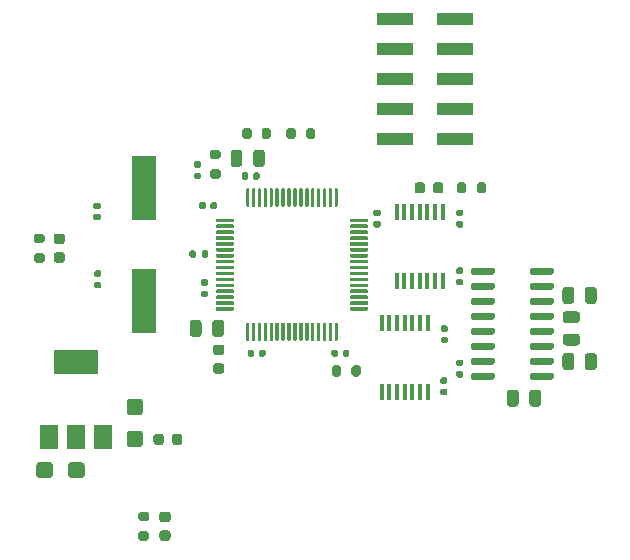
<source format=gbr>
%TF.GenerationSoftware,KiCad,Pcbnew,(5.1.9)-1*%
%TF.CreationDate,2021-11-15T23:12:41-03:00*%
%TF.ProjectId,RepeaterBoard,52657065-6174-4657-9242-6f6172642e6b,rev?*%
%TF.SameCoordinates,Original*%
%TF.FileFunction,Paste,Top*%
%TF.FilePolarity,Positive*%
%FSLAX46Y46*%
G04 Gerber Fmt 4.6, Leading zero omitted, Abs format (unit mm)*
G04 Created by KiCad (PCBNEW (5.1.9)-1) date 2021-11-15 23:12:41*
%MOMM*%
%LPD*%
G01*
G04 APERTURE LIST*
%ADD10R,0.450000X1.475000*%
%ADD11R,3.150000X1.000000*%
%ADD12R,3.800000X2.000000*%
%ADD13R,1.500000X2.000000*%
%ADD14R,2.000000X5.500000*%
G04 APERTURE END LIST*
D10*
%TO.C,IC2*%
X68750000Y-50388000D03*
X68100000Y-50388000D03*
X67450000Y-50388000D03*
X66800000Y-50388000D03*
X66150000Y-50388000D03*
X65500000Y-50388000D03*
X64850000Y-50388000D03*
X64850000Y-44512000D03*
X65500000Y-44512000D03*
X66150000Y-44512000D03*
X66800000Y-44512000D03*
X67450000Y-44512000D03*
X68100000Y-44512000D03*
X68750000Y-44512000D03*
%TD*%
%TO.C,IC1*%
X67500000Y-59788000D03*
X66850000Y-59788000D03*
X66200000Y-59788000D03*
X65550000Y-59788000D03*
X64900000Y-59788000D03*
X64250000Y-59788000D03*
X63600000Y-59788000D03*
X63600000Y-53912000D03*
X64250000Y-53912000D03*
X64900000Y-53912000D03*
X65550000Y-53912000D03*
X66200000Y-53912000D03*
X66850000Y-53912000D03*
X67500000Y-53912000D03*
%TD*%
D11*
%TO.C,J4*%
X64725000Y-28170000D03*
X69775000Y-28170000D03*
X64725000Y-30710000D03*
X69775000Y-30710000D03*
X64725000Y-33250000D03*
X69775000Y-33250000D03*
X64725000Y-35790000D03*
X69775000Y-35790000D03*
X64725000Y-38330000D03*
X69775000Y-38330000D03*
%TD*%
%TO.C,R1*%
G36*
G01*
X43725000Y-72375000D02*
X43175000Y-72375000D01*
G75*
G02*
X42975000Y-72175000I0J200000D01*
G01*
X42975000Y-71775000D01*
G75*
G02*
X43175000Y-71575000I200000J0D01*
G01*
X43725000Y-71575000D01*
G75*
G02*
X43925000Y-71775000I0J-200000D01*
G01*
X43925000Y-72175000D01*
G75*
G02*
X43725000Y-72375000I-200000J0D01*
G01*
G37*
G36*
G01*
X43725000Y-70725000D02*
X43175000Y-70725000D01*
G75*
G02*
X42975000Y-70525000I0J200000D01*
G01*
X42975000Y-70125000D01*
G75*
G02*
X43175000Y-69925000I200000J0D01*
G01*
X43725000Y-69925000D01*
G75*
G02*
X43925000Y-70125000I0J-200000D01*
G01*
X43925000Y-70525000D01*
G75*
G02*
X43725000Y-70725000I-200000J0D01*
G01*
G37*
%TD*%
%TO.C,D1*%
G36*
G01*
X45506250Y-72375000D02*
X44993750Y-72375000D01*
G75*
G02*
X44775000Y-72156250I0J218750D01*
G01*
X44775000Y-71718750D01*
G75*
G02*
X44993750Y-71500000I218750J0D01*
G01*
X45506250Y-71500000D01*
G75*
G02*
X45725000Y-71718750I0J-218750D01*
G01*
X45725000Y-72156250D01*
G75*
G02*
X45506250Y-72375000I-218750J0D01*
G01*
G37*
G36*
G01*
X45506250Y-70800000D02*
X44993750Y-70800000D01*
G75*
G02*
X44775000Y-70581250I0J218750D01*
G01*
X44775000Y-70143750D01*
G75*
G02*
X44993750Y-69925000I218750J0D01*
G01*
X45506250Y-69925000D01*
G75*
G02*
X45725000Y-70143750I0J-218750D01*
G01*
X45725000Y-70581250D01*
G75*
G02*
X45506250Y-70800000I-218750J0D01*
G01*
G37*
%TD*%
%TO.C,C2*%
G36*
G01*
X35750000Y-65974999D02*
X35750000Y-66825001D01*
G75*
G02*
X35500001Y-67075000I-249999J0D01*
G01*
X34599999Y-67075000D01*
G75*
G02*
X34350000Y-66825001I0J249999D01*
G01*
X34350000Y-65974999D01*
G75*
G02*
X34599999Y-65725000I249999J0D01*
G01*
X35500001Y-65725000D01*
G75*
G02*
X35750000Y-65974999I0J-249999D01*
G01*
G37*
G36*
G01*
X38450000Y-65974999D02*
X38450000Y-66825001D01*
G75*
G02*
X38200001Y-67075000I-249999J0D01*
G01*
X37299999Y-67075000D01*
G75*
G02*
X37050000Y-66825001I0J249999D01*
G01*
X37050000Y-65974999D01*
G75*
G02*
X37299999Y-65725000I249999J0D01*
G01*
X38200001Y-65725000D01*
G75*
G02*
X38450000Y-65974999I0J-249999D01*
G01*
G37*
%TD*%
%TO.C,C1*%
G36*
G01*
X43125001Y-61750000D02*
X42274999Y-61750000D01*
G75*
G02*
X42025000Y-61500001I0J249999D01*
G01*
X42025000Y-60599999D01*
G75*
G02*
X42274999Y-60350000I249999J0D01*
G01*
X43125001Y-60350000D01*
G75*
G02*
X43375000Y-60599999I0J-249999D01*
G01*
X43375000Y-61500001D01*
G75*
G02*
X43125001Y-61750000I-249999J0D01*
G01*
G37*
G36*
G01*
X43125001Y-64450000D02*
X42274999Y-64450000D01*
G75*
G02*
X42025000Y-64200001I0J249999D01*
G01*
X42025000Y-63299999D01*
G75*
G02*
X42274999Y-63050000I249999J0D01*
G01*
X43125001Y-63050000D01*
G75*
G02*
X43375000Y-63299999I0J-249999D01*
G01*
X43375000Y-64200001D01*
G75*
G02*
X43125001Y-64450000I-249999J0D01*
G01*
G37*
%TD*%
%TO.C,C3*%
G36*
G01*
X50800000Y-40475000D02*
X50800000Y-39525000D01*
G75*
G02*
X51050000Y-39275000I250000J0D01*
G01*
X51550000Y-39275000D01*
G75*
G02*
X51800000Y-39525000I0J-250000D01*
G01*
X51800000Y-40475000D01*
G75*
G02*
X51550000Y-40725000I-250000J0D01*
G01*
X51050000Y-40725000D01*
G75*
G02*
X50800000Y-40475000I0J250000D01*
G01*
G37*
G36*
G01*
X52700000Y-40475000D02*
X52700000Y-39525000D01*
G75*
G02*
X52950000Y-39275000I250000J0D01*
G01*
X53450000Y-39275000D01*
G75*
G02*
X53700000Y-39525000I0J-250000D01*
G01*
X53700000Y-40475000D01*
G75*
G02*
X53450000Y-40725000I-250000J0D01*
G01*
X52950000Y-40725000D01*
G75*
G02*
X52700000Y-40475000I0J250000D01*
G01*
G37*
%TD*%
%TO.C,C4*%
G36*
G01*
X53760000Y-56330000D02*
X53760000Y-56670000D01*
G75*
G02*
X53620000Y-56810000I-140000J0D01*
G01*
X53340000Y-56810000D01*
G75*
G02*
X53200000Y-56670000I0J140000D01*
G01*
X53200000Y-56330000D01*
G75*
G02*
X53340000Y-56190000I140000J0D01*
G01*
X53620000Y-56190000D01*
G75*
G02*
X53760000Y-56330000I0J-140000D01*
G01*
G37*
G36*
G01*
X52800000Y-56330000D02*
X52800000Y-56670000D01*
G75*
G02*
X52660000Y-56810000I-140000J0D01*
G01*
X52380000Y-56810000D01*
G75*
G02*
X52240000Y-56670000I0J140000D01*
G01*
X52240000Y-56330000D01*
G75*
G02*
X52380000Y-56190000I140000J0D01*
G01*
X52660000Y-56190000D01*
G75*
G02*
X52800000Y-56330000I0J-140000D01*
G01*
G37*
%TD*%
%TO.C,C5*%
G36*
G01*
X59900000Y-56330000D02*
X59900000Y-56670000D01*
G75*
G02*
X59760000Y-56810000I-140000J0D01*
G01*
X59480000Y-56810000D01*
G75*
G02*
X59340000Y-56670000I0J140000D01*
G01*
X59340000Y-56330000D01*
G75*
G02*
X59480000Y-56190000I140000J0D01*
G01*
X59760000Y-56190000D01*
G75*
G02*
X59900000Y-56330000I0J-140000D01*
G01*
G37*
G36*
G01*
X60860000Y-56330000D02*
X60860000Y-56670000D01*
G75*
G02*
X60720000Y-56810000I-140000J0D01*
G01*
X60440000Y-56810000D01*
G75*
G02*
X60300000Y-56670000I0J140000D01*
G01*
X60300000Y-56330000D01*
G75*
G02*
X60440000Y-56190000I140000J0D01*
G01*
X60720000Y-56190000D01*
G75*
G02*
X60860000Y-56330000I0J-140000D01*
G01*
G37*
%TD*%
%TO.C,C6*%
G36*
G01*
X63030000Y-45300000D02*
X63370000Y-45300000D01*
G75*
G02*
X63510000Y-45440000I0J-140000D01*
G01*
X63510000Y-45720000D01*
G75*
G02*
X63370000Y-45860000I-140000J0D01*
G01*
X63030000Y-45860000D01*
G75*
G02*
X62890000Y-45720000I0J140000D01*
G01*
X62890000Y-45440000D01*
G75*
G02*
X63030000Y-45300000I140000J0D01*
G01*
G37*
G36*
G01*
X63030000Y-44340000D02*
X63370000Y-44340000D01*
G75*
G02*
X63510000Y-44480000I0J-140000D01*
G01*
X63510000Y-44760000D01*
G75*
G02*
X63370000Y-44900000I-140000J0D01*
G01*
X63030000Y-44900000D01*
G75*
G02*
X62890000Y-44760000I0J140000D01*
G01*
X62890000Y-44480000D01*
G75*
G02*
X63030000Y-44340000I140000J0D01*
G01*
G37*
%TD*%
%TO.C,C7*%
G36*
G01*
X51740000Y-41670000D02*
X51740000Y-41330000D01*
G75*
G02*
X51880000Y-41190000I140000J0D01*
G01*
X52160000Y-41190000D01*
G75*
G02*
X52300000Y-41330000I0J-140000D01*
G01*
X52300000Y-41670000D01*
G75*
G02*
X52160000Y-41810000I-140000J0D01*
G01*
X51880000Y-41810000D01*
G75*
G02*
X51740000Y-41670000I0J140000D01*
G01*
G37*
G36*
G01*
X52700000Y-41670000D02*
X52700000Y-41330000D01*
G75*
G02*
X52840000Y-41190000I140000J0D01*
G01*
X53120000Y-41190000D01*
G75*
G02*
X53260000Y-41330000I0J-140000D01*
G01*
X53260000Y-41670000D01*
G75*
G02*
X53120000Y-41810000I-140000J0D01*
G01*
X52840000Y-41810000D01*
G75*
G02*
X52700000Y-41670000I0J140000D01*
G01*
G37*
%TD*%
%TO.C,C8*%
G36*
G01*
X49660000Y-43830000D02*
X49660000Y-44170000D01*
G75*
G02*
X49520000Y-44310000I-140000J0D01*
G01*
X49240000Y-44310000D01*
G75*
G02*
X49100000Y-44170000I0J140000D01*
G01*
X49100000Y-43830000D01*
G75*
G02*
X49240000Y-43690000I140000J0D01*
G01*
X49520000Y-43690000D01*
G75*
G02*
X49660000Y-43830000I0J-140000D01*
G01*
G37*
G36*
G01*
X48700000Y-43830000D02*
X48700000Y-44170000D01*
G75*
G02*
X48560000Y-44310000I-140000J0D01*
G01*
X48280000Y-44310000D01*
G75*
G02*
X48140000Y-44170000I0J140000D01*
G01*
X48140000Y-43830000D01*
G75*
G02*
X48280000Y-43690000I140000J0D01*
G01*
X48560000Y-43690000D01*
G75*
G02*
X48700000Y-43830000I0J-140000D01*
G01*
G37*
%TD*%
%TO.C,C9*%
G36*
G01*
X48350000Y-53925000D02*
X48350000Y-54875000D01*
G75*
G02*
X48100000Y-55125000I-250000J0D01*
G01*
X47600000Y-55125000D01*
G75*
G02*
X47350000Y-54875000I0J250000D01*
G01*
X47350000Y-53925000D01*
G75*
G02*
X47600000Y-53675000I250000J0D01*
G01*
X48100000Y-53675000D01*
G75*
G02*
X48350000Y-53925000I0J-250000D01*
G01*
G37*
G36*
G01*
X50250000Y-53925000D02*
X50250000Y-54875000D01*
G75*
G02*
X50000000Y-55125000I-250000J0D01*
G01*
X49500000Y-55125000D01*
G75*
G02*
X49250000Y-54875000I0J250000D01*
G01*
X49250000Y-53925000D01*
G75*
G02*
X49500000Y-53675000I250000J0D01*
G01*
X50000000Y-53675000D01*
G75*
G02*
X50250000Y-53925000I0J-250000D01*
G01*
G37*
%TD*%
%TO.C,C10*%
G36*
G01*
X48770000Y-50800000D02*
X48430000Y-50800000D01*
G75*
G02*
X48290000Y-50660000I0J140000D01*
G01*
X48290000Y-50380000D01*
G75*
G02*
X48430000Y-50240000I140000J0D01*
G01*
X48770000Y-50240000D01*
G75*
G02*
X48910000Y-50380000I0J-140000D01*
G01*
X48910000Y-50660000D01*
G75*
G02*
X48770000Y-50800000I-140000J0D01*
G01*
G37*
G36*
G01*
X48770000Y-51760000D02*
X48430000Y-51760000D01*
G75*
G02*
X48290000Y-51620000I0J140000D01*
G01*
X48290000Y-51340000D01*
G75*
G02*
X48430000Y-51200000I140000J0D01*
G01*
X48770000Y-51200000D01*
G75*
G02*
X48910000Y-51340000I0J-140000D01*
G01*
X48910000Y-51620000D01*
G75*
G02*
X48770000Y-51760000I-140000J0D01*
G01*
G37*
%TD*%
%TO.C,C11*%
G36*
G01*
X70370000Y-58560000D02*
X70030000Y-58560000D01*
G75*
G02*
X69890000Y-58420000I0J140000D01*
G01*
X69890000Y-58140000D01*
G75*
G02*
X70030000Y-58000000I140000J0D01*
G01*
X70370000Y-58000000D01*
G75*
G02*
X70510000Y-58140000I0J-140000D01*
G01*
X70510000Y-58420000D01*
G75*
G02*
X70370000Y-58560000I-140000J0D01*
G01*
G37*
G36*
G01*
X70370000Y-57600000D02*
X70030000Y-57600000D01*
G75*
G02*
X69890000Y-57460000I0J140000D01*
G01*
X69890000Y-57180000D01*
G75*
G02*
X70030000Y-57040000I140000J0D01*
G01*
X70370000Y-57040000D01*
G75*
G02*
X70510000Y-57180000I0J-140000D01*
G01*
X70510000Y-57460000D01*
G75*
G02*
X70370000Y-57600000I-140000J0D01*
G01*
G37*
%TD*%
%TO.C,C12*%
G36*
G01*
X39330000Y-44700000D02*
X39670000Y-44700000D01*
G75*
G02*
X39810000Y-44840000I0J-140000D01*
G01*
X39810000Y-45120000D01*
G75*
G02*
X39670000Y-45260000I-140000J0D01*
G01*
X39330000Y-45260000D01*
G75*
G02*
X39190000Y-45120000I0J140000D01*
G01*
X39190000Y-44840000D01*
G75*
G02*
X39330000Y-44700000I140000J0D01*
G01*
G37*
G36*
G01*
X39330000Y-43740000D02*
X39670000Y-43740000D01*
G75*
G02*
X39810000Y-43880000I0J-140000D01*
G01*
X39810000Y-44160000D01*
G75*
G02*
X39670000Y-44300000I-140000J0D01*
G01*
X39330000Y-44300000D01*
G75*
G02*
X39190000Y-44160000I0J140000D01*
G01*
X39190000Y-43880000D01*
G75*
G02*
X39330000Y-43740000I140000J0D01*
G01*
G37*
%TD*%
%TO.C,C13*%
G36*
G01*
X39720000Y-51010000D02*
X39380000Y-51010000D01*
G75*
G02*
X39240000Y-50870000I0J140000D01*
G01*
X39240000Y-50590000D01*
G75*
G02*
X39380000Y-50450000I140000J0D01*
G01*
X39720000Y-50450000D01*
G75*
G02*
X39860000Y-50590000I0J-140000D01*
G01*
X39860000Y-50870000D01*
G75*
G02*
X39720000Y-51010000I-140000J0D01*
G01*
G37*
G36*
G01*
X39720000Y-50050000D02*
X39380000Y-50050000D01*
G75*
G02*
X39240000Y-49910000I0J140000D01*
G01*
X39240000Y-49630000D01*
G75*
G02*
X39380000Y-49490000I140000J0D01*
G01*
X39720000Y-49490000D01*
G75*
G02*
X39860000Y-49630000I0J-140000D01*
G01*
X39860000Y-49910000D01*
G75*
G02*
X39720000Y-50050000I-140000J0D01*
G01*
G37*
%TD*%
%TO.C,C14*%
G36*
G01*
X77100000Y-59825000D02*
X77100000Y-60775000D01*
G75*
G02*
X76850000Y-61025000I-250000J0D01*
G01*
X76350000Y-61025000D01*
G75*
G02*
X76100000Y-60775000I0J250000D01*
G01*
X76100000Y-59825000D01*
G75*
G02*
X76350000Y-59575000I250000J0D01*
G01*
X76850000Y-59575000D01*
G75*
G02*
X77100000Y-59825000I0J-250000D01*
G01*
G37*
G36*
G01*
X75200000Y-59825000D02*
X75200000Y-60775000D01*
G75*
G02*
X74950000Y-61025000I-250000J0D01*
G01*
X74450000Y-61025000D01*
G75*
G02*
X74200000Y-60775000I0J250000D01*
G01*
X74200000Y-59825000D01*
G75*
G02*
X74450000Y-59575000I250000J0D01*
G01*
X74950000Y-59575000D01*
G75*
G02*
X75200000Y-59825000I0J-250000D01*
G01*
G37*
%TD*%
%TO.C,C15*%
G36*
G01*
X80125000Y-53950000D02*
X79175000Y-53950000D01*
G75*
G02*
X78925000Y-53700000I0J250000D01*
G01*
X78925000Y-53200000D01*
G75*
G02*
X79175000Y-52950000I250000J0D01*
G01*
X80125000Y-52950000D01*
G75*
G02*
X80375000Y-53200000I0J-250000D01*
G01*
X80375000Y-53700000D01*
G75*
G02*
X80125000Y-53950000I-250000J0D01*
G01*
G37*
G36*
G01*
X80125000Y-55850000D02*
X79175000Y-55850000D01*
G75*
G02*
X78925000Y-55600000I0J250000D01*
G01*
X78925000Y-55100000D01*
G75*
G02*
X79175000Y-54850000I250000J0D01*
G01*
X80125000Y-54850000D01*
G75*
G02*
X80375000Y-55100000I0J-250000D01*
G01*
X80375000Y-55600000D01*
G75*
G02*
X80125000Y-55850000I-250000J0D01*
G01*
G37*
%TD*%
%TO.C,C16*%
G36*
G01*
X78900000Y-57675000D02*
X78900000Y-56725000D01*
G75*
G02*
X79150000Y-56475000I250000J0D01*
G01*
X79650000Y-56475000D01*
G75*
G02*
X79900000Y-56725000I0J-250000D01*
G01*
X79900000Y-57675000D01*
G75*
G02*
X79650000Y-57925000I-250000J0D01*
G01*
X79150000Y-57925000D01*
G75*
G02*
X78900000Y-57675000I0J250000D01*
G01*
G37*
G36*
G01*
X80800000Y-57675000D02*
X80800000Y-56725000D01*
G75*
G02*
X81050000Y-56475000I250000J0D01*
G01*
X81550000Y-56475000D01*
G75*
G02*
X81800000Y-56725000I0J-250000D01*
G01*
X81800000Y-57675000D01*
G75*
G02*
X81550000Y-57925000I-250000J0D01*
G01*
X81050000Y-57925000D01*
G75*
G02*
X80800000Y-57675000I0J250000D01*
G01*
G37*
%TD*%
%TO.C,C17*%
G36*
G01*
X80800000Y-52075000D02*
X80800000Y-51125000D01*
G75*
G02*
X81050000Y-50875000I250000J0D01*
G01*
X81550000Y-50875000D01*
G75*
G02*
X81800000Y-51125000I0J-250000D01*
G01*
X81800000Y-52075000D01*
G75*
G02*
X81550000Y-52325000I-250000J0D01*
G01*
X81050000Y-52325000D01*
G75*
G02*
X80800000Y-52075000I0J250000D01*
G01*
G37*
G36*
G01*
X78900000Y-52075000D02*
X78900000Y-51125000D01*
G75*
G02*
X79150000Y-50875000I250000J0D01*
G01*
X79650000Y-50875000D01*
G75*
G02*
X79900000Y-51125000I0J-250000D01*
G01*
X79900000Y-52075000D01*
G75*
G02*
X79650000Y-52325000I-250000J0D01*
G01*
X79150000Y-52325000D01*
G75*
G02*
X78900000Y-52075000I0J250000D01*
G01*
G37*
%TD*%
%TO.C,C18*%
G36*
G01*
X48170000Y-40800000D02*
X47830000Y-40800000D01*
G75*
G02*
X47690000Y-40660000I0J140000D01*
G01*
X47690000Y-40380000D01*
G75*
G02*
X47830000Y-40240000I140000J0D01*
G01*
X48170000Y-40240000D01*
G75*
G02*
X48310000Y-40380000I0J-140000D01*
G01*
X48310000Y-40660000D01*
G75*
G02*
X48170000Y-40800000I-140000J0D01*
G01*
G37*
G36*
G01*
X48170000Y-41760000D02*
X47830000Y-41760000D01*
G75*
G02*
X47690000Y-41620000I0J140000D01*
G01*
X47690000Y-41340000D01*
G75*
G02*
X47830000Y-41200000I140000J0D01*
G01*
X48170000Y-41200000D01*
G75*
G02*
X48310000Y-41340000I0J-140000D01*
G01*
X48310000Y-41620000D01*
G75*
G02*
X48170000Y-41760000I-140000J0D01*
G01*
G37*
%TD*%
%TO.C,D2*%
G36*
G01*
X36556250Y-48825000D02*
X36043750Y-48825000D01*
G75*
G02*
X35825000Y-48606250I0J218750D01*
G01*
X35825000Y-48168750D01*
G75*
G02*
X36043750Y-47950000I218750J0D01*
G01*
X36556250Y-47950000D01*
G75*
G02*
X36775000Y-48168750I0J-218750D01*
G01*
X36775000Y-48606250D01*
G75*
G02*
X36556250Y-48825000I-218750J0D01*
G01*
G37*
G36*
G01*
X36556250Y-47250000D02*
X36043750Y-47250000D01*
G75*
G02*
X35825000Y-47031250I0J218750D01*
G01*
X35825000Y-46593750D01*
G75*
G02*
X36043750Y-46375000I218750J0D01*
G01*
X36556250Y-46375000D01*
G75*
G02*
X36775000Y-46593750I0J-218750D01*
G01*
X36775000Y-47031250D01*
G75*
G02*
X36556250Y-47250000I-218750J0D01*
G01*
G37*
%TD*%
%TO.C,D3*%
G36*
G01*
X68825000Y-42243750D02*
X68825000Y-42756250D01*
G75*
G02*
X68606250Y-42975000I-218750J0D01*
G01*
X68168750Y-42975000D01*
G75*
G02*
X67950000Y-42756250I0J218750D01*
G01*
X67950000Y-42243750D01*
G75*
G02*
X68168750Y-42025000I218750J0D01*
G01*
X68606250Y-42025000D01*
G75*
G02*
X68825000Y-42243750I0J-218750D01*
G01*
G37*
G36*
G01*
X67250000Y-42243750D02*
X67250000Y-42756250D01*
G75*
G02*
X67031250Y-42975000I-218750J0D01*
G01*
X66593750Y-42975000D01*
G75*
G02*
X66375000Y-42756250I0J218750D01*
G01*
X66375000Y-42243750D01*
G75*
G02*
X66593750Y-42025000I218750J0D01*
G01*
X67031250Y-42025000D01*
G75*
G02*
X67250000Y-42243750I0J-218750D01*
G01*
G37*
%TD*%
%TO.C,R2*%
G36*
G01*
X34875000Y-48825000D02*
X34325000Y-48825000D01*
G75*
G02*
X34125000Y-48625000I0J200000D01*
G01*
X34125000Y-48225000D01*
G75*
G02*
X34325000Y-48025000I200000J0D01*
G01*
X34875000Y-48025000D01*
G75*
G02*
X35075000Y-48225000I0J-200000D01*
G01*
X35075000Y-48625000D01*
G75*
G02*
X34875000Y-48825000I-200000J0D01*
G01*
G37*
G36*
G01*
X34875000Y-47175000D02*
X34325000Y-47175000D01*
G75*
G02*
X34125000Y-46975000I0J200000D01*
G01*
X34125000Y-46575000D01*
G75*
G02*
X34325000Y-46375000I200000J0D01*
G01*
X34875000Y-46375000D01*
G75*
G02*
X35075000Y-46575000I0J-200000D01*
G01*
X35075000Y-46975000D01*
G75*
G02*
X34875000Y-47175000I-200000J0D01*
G01*
G37*
%TD*%
%TO.C,R3*%
G36*
G01*
X48880000Y-47915000D02*
X48880000Y-48285000D01*
G75*
G02*
X48745000Y-48420000I-135000J0D01*
G01*
X48475000Y-48420000D01*
G75*
G02*
X48340000Y-48285000I0J135000D01*
G01*
X48340000Y-47915000D01*
G75*
G02*
X48475000Y-47780000I135000J0D01*
G01*
X48745000Y-47780000D01*
G75*
G02*
X48880000Y-47915000I0J-135000D01*
G01*
G37*
G36*
G01*
X47860000Y-47915000D02*
X47860000Y-48285000D01*
G75*
G02*
X47725000Y-48420000I-135000J0D01*
G01*
X47455000Y-48420000D01*
G75*
G02*
X47320000Y-48285000I0J135000D01*
G01*
X47320000Y-47915000D01*
G75*
G02*
X47455000Y-47780000I135000J0D01*
G01*
X47725000Y-47780000D01*
G75*
G02*
X47860000Y-47915000I0J-135000D01*
G01*
G37*
%TD*%
%TO.C,R4*%
G36*
G01*
X57975000Y-37625000D02*
X57975000Y-38175000D01*
G75*
G02*
X57775000Y-38375000I-200000J0D01*
G01*
X57375000Y-38375000D01*
G75*
G02*
X57175000Y-38175000I0J200000D01*
G01*
X57175000Y-37625000D01*
G75*
G02*
X57375000Y-37425000I200000J0D01*
G01*
X57775000Y-37425000D01*
G75*
G02*
X57975000Y-37625000I0J-200000D01*
G01*
G37*
G36*
G01*
X56325000Y-37625000D02*
X56325000Y-38175000D01*
G75*
G02*
X56125000Y-38375000I-200000J0D01*
G01*
X55725000Y-38375000D01*
G75*
G02*
X55525000Y-38175000I0J200000D01*
G01*
X55525000Y-37625000D01*
G75*
G02*
X55725000Y-37425000I200000J0D01*
G01*
X56125000Y-37425000D01*
G75*
G02*
X56325000Y-37625000I0J-200000D01*
G01*
G37*
%TD*%
%TO.C,R5*%
G36*
G01*
X53425000Y-38175000D02*
X53425000Y-37625000D01*
G75*
G02*
X53625000Y-37425000I200000J0D01*
G01*
X54025000Y-37425000D01*
G75*
G02*
X54225000Y-37625000I0J-200000D01*
G01*
X54225000Y-38175000D01*
G75*
G02*
X54025000Y-38375000I-200000J0D01*
G01*
X53625000Y-38375000D01*
G75*
G02*
X53425000Y-38175000I0J200000D01*
G01*
G37*
G36*
G01*
X51775000Y-38175000D02*
X51775000Y-37625000D01*
G75*
G02*
X51975000Y-37425000I200000J0D01*
G01*
X52375000Y-37425000D01*
G75*
G02*
X52575000Y-37625000I0J-200000D01*
G01*
X52575000Y-38175000D01*
G75*
G02*
X52375000Y-38375000I-200000J0D01*
G01*
X51975000Y-38375000D01*
G75*
G02*
X51775000Y-38175000I0J200000D01*
G01*
G37*
%TD*%
%TO.C,R6*%
G36*
G01*
X49775000Y-41725000D02*
X49225000Y-41725000D01*
G75*
G02*
X49025000Y-41525000I0J200000D01*
G01*
X49025000Y-41125000D01*
G75*
G02*
X49225000Y-40925000I200000J0D01*
G01*
X49775000Y-40925000D01*
G75*
G02*
X49975000Y-41125000I0J-200000D01*
G01*
X49975000Y-41525000D01*
G75*
G02*
X49775000Y-41725000I-200000J0D01*
G01*
G37*
G36*
G01*
X49775000Y-40075000D02*
X49225000Y-40075000D01*
G75*
G02*
X49025000Y-39875000I0J200000D01*
G01*
X49025000Y-39475000D01*
G75*
G02*
X49225000Y-39275000I200000J0D01*
G01*
X49775000Y-39275000D01*
G75*
G02*
X49975000Y-39475000I0J-200000D01*
G01*
X49975000Y-39875000D01*
G75*
G02*
X49775000Y-40075000I-200000J0D01*
G01*
G37*
%TD*%
%TO.C,R7*%
G36*
G01*
X61025000Y-58275000D02*
X61025000Y-57725000D01*
G75*
G02*
X61225000Y-57525000I200000J0D01*
G01*
X61625000Y-57525000D01*
G75*
G02*
X61825000Y-57725000I0J-200000D01*
G01*
X61825000Y-58275000D01*
G75*
G02*
X61625000Y-58475000I-200000J0D01*
G01*
X61225000Y-58475000D01*
G75*
G02*
X61025000Y-58275000I0J200000D01*
G01*
G37*
G36*
G01*
X59375000Y-58275000D02*
X59375000Y-57725000D01*
G75*
G02*
X59575000Y-57525000I200000J0D01*
G01*
X59975000Y-57525000D01*
G75*
G02*
X60175000Y-57725000I0J-200000D01*
G01*
X60175000Y-58275000D01*
G75*
G02*
X59975000Y-58475000I-200000J0D01*
G01*
X59575000Y-58475000D01*
G75*
G02*
X59375000Y-58275000I0J200000D01*
G01*
G37*
%TD*%
%TO.C,R8*%
G36*
G01*
X69975000Y-42775000D02*
X69975000Y-42225000D01*
G75*
G02*
X70175000Y-42025000I200000J0D01*
G01*
X70575000Y-42025000D01*
G75*
G02*
X70775000Y-42225000I0J-200000D01*
G01*
X70775000Y-42775000D01*
G75*
G02*
X70575000Y-42975000I-200000J0D01*
G01*
X70175000Y-42975000D01*
G75*
G02*
X69975000Y-42775000I0J200000D01*
G01*
G37*
G36*
G01*
X71625000Y-42775000D02*
X71625000Y-42225000D01*
G75*
G02*
X71825000Y-42025000I200000J0D01*
G01*
X72225000Y-42025000D01*
G75*
G02*
X72425000Y-42225000I0J-200000D01*
G01*
X72425000Y-42775000D01*
G75*
G02*
X72225000Y-42975000I-200000J0D01*
G01*
X71825000Y-42975000D01*
G75*
G02*
X71625000Y-42775000I0J200000D01*
G01*
G37*
%TD*%
D12*
%TO.C,U1*%
X37700000Y-57250000D03*
D13*
X37700000Y-63550000D03*
X40000000Y-63550000D03*
X35400000Y-63550000D03*
%TD*%
%TO.C,U2*%
G36*
G01*
X73150000Y-57025000D02*
X73150000Y-57325000D01*
G75*
G02*
X73000000Y-57475000I-150000J0D01*
G01*
X71300000Y-57475000D01*
G75*
G02*
X71150000Y-57325000I0J150000D01*
G01*
X71150000Y-57025000D01*
G75*
G02*
X71300000Y-56875000I150000J0D01*
G01*
X73000000Y-56875000D01*
G75*
G02*
X73150000Y-57025000I0J-150000D01*
G01*
G37*
G36*
G01*
X73150000Y-55755000D02*
X73150000Y-56055000D01*
G75*
G02*
X73000000Y-56205000I-150000J0D01*
G01*
X71300000Y-56205000D01*
G75*
G02*
X71150000Y-56055000I0J150000D01*
G01*
X71150000Y-55755000D01*
G75*
G02*
X71300000Y-55605000I150000J0D01*
G01*
X73000000Y-55605000D01*
G75*
G02*
X73150000Y-55755000I0J-150000D01*
G01*
G37*
G36*
G01*
X73150000Y-49405000D02*
X73150000Y-49705000D01*
G75*
G02*
X73000000Y-49855000I-150000J0D01*
G01*
X71300000Y-49855000D01*
G75*
G02*
X71150000Y-49705000I0J150000D01*
G01*
X71150000Y-49405000D01*
G75*
G02*
X71300000Y-49255000I150000J0D01*
G01*
X73000000Y-49255000D01*
G75*
G02*
X73150000Y-49405000I0J-150000D01*
G01*
G37*
G36*
G01*
X78150000Y-50675000D02*
X78150000Y-50975000D01*
G75*
G02*
X78000000Y-51125000I-150000J0D01*
G01*
X76300000Y-51125000D01*
G75*
G02*
X76150000Y-50975000I0J150000D01*
G01*
X76150000Y-50675000D01*
G75*
G02*
X76300000Y-50525000I150000J0D01*
G01*
X78000000Y-50525000D01*
G75*
G02*
X78150000Y-50675000I0J-150000D01*
G01*
G37*
G36*
G01*
X78150000Y-58295000D02*
X78150000Y-58595000D01*
G75*
G02*
X78000000Y-58745000I-150000J0D01*
G01*
X76300000Y-58745000D01*
G75*
G02*
X76150000Y-58595000I0J150000D01*
G01*
X76150000Y-58295000D01*
G75*
G02*
X76300000Y-58145000I150000J0D01*
G01*
X78000000Y-58145000D01*
G75*
G02*
X78150000Y-58295000I0J-150000D01*
G01*
G37*
G36*
G01*
X78150000Y-55755000D02*
X78150000Y-56055000D01*
G75*
G02*
X78000000Y-56205000I-150000J0D01*
G01*
X76300000Y-56205000D01*
G75*
G02*
X76150000Y-56055000I0J150000D01*
G01*
X76150000Y-55755000D01*
G75*
G02*
X76300000Y-55605000I150000J0D01*
G01*
X78000000Y-55605000D01*
G75*
G02*
X78150000Y-55755000I0J-150000D01*
G01*
G37*
G36*
G01*
X78150000Y-53215000D02*
X78150000Y-53515000D01*
G75*
G02*
X78000000Y-53665000I-150000J0D01*
G01*
X76300000Y-53665000D01*
G75*
G02*
X76150000Y-53515000I0J150000D01*
G01*
X76150000Y-53215000D01*
G75*
G02*
X76300000Y-53065000I150000J0D01*
G01*
X78000000Y-53065000D01*
G75*
G02*
X78150000Y-53215000I0J-150000D01*
G01*
G37*
G36*
G01*
X78150000Y-54485000D02*
X78150000Y-54785000D01*
G75*
G02*
X78000000Y-54935000I-150000J0D01*
G01*
X76300000Y-54935000D01*
G75*
G02*
X76150000Y-54785000I0J150000D01*
G01*
X76150000Y-54485000D01*
G75*
G02*
X76300000Y-54335000I150000J0D01*
G01*
X78000000Y-54335000D01*
G75*
G02*
X78150000Y-54485000I0J-150000D01*
G01*
G37*
G36*
G01*
X73150000Y-58295000D02*
X73150000Y-58595000D01*
G75*
G02*
X73000000Y-58745000I-150000J0D01*
G01*
X71300000Y-58745000D01*
G75*
G02*
X71150000Y-58595000I0J150000D01*
G01*
X71150000Y-58295000D01*
G75*
G02*
X71300000Y-58145000I150000J0D01*
G01*
X73000000Y-58145000D01*
G75*
G02*
X73150000Y-58295000I0J-150000D01*
G01*
G37*
G36*
G01*
X73150000Y-54485000D02*
X73150000Y-54785000D01*
G75*
G02*
X73000000Y-54935000I-150000J0D01*
G01*
X71300000Y-54935000D01*
G75*
G02*
X71150000Y-54785000I0J150000D01*
G01*
X71150000Y-54485000D01*
G75*
G02*
X71300000Y-54335000I150000J0D01*
G01*
X73000000Y-54335000D01*
G75*
G02*
X73150000Y-54485000I0J-150000D01*
G01*
G37*
G36*
G01*
X78150000Y-49405000D02*
X78150000Y-49705000D01*
G75*
G02*
X78000000Y-49855000I-150000J0D01*
G01*
X76300000Y-49855000D01*
G75*
G02*
X76150000Y-49705000I0J150000D01*
G01*
X76150000Y-49405000D01*
G75*
G02*
X76300000Y-49255000I150000J0D01*
G01*
X78000000Y-49255000D01*
G75*
G02*
X78150000Y-49405000I0J-150000D01*
G01*
G37*
G36*
G01*
X73150000Y-53215000D02*
X73150000Y-53515000D01*
G75*
G02*
X73000000Y-53665000I-150000J0D01*
G01*
X71300000Y-53665000D01*
G75*
G02*
X71150000Y-53515000I0J150000D01*
G01*
X71150000Y-53215000D01*
G75*
G02*
X71300000Y-53065000I150000J0D01*
G01*
X73000000Y-53065000D01*
G75*
G02*
X73150000Y-53215000I0J-150000D01*
G01*
G37*
G36*
G01*
X73150000Y-50675000D02*
X73150000Y-50975000D01*
G75*
G02*
X73000000Y-51125000I-150000J0D01*
G01*
X71300000Y-51125000D01*
G75*
G02*
X71150000Y-50975000I0J150000D01*
G01*
X71150000Y-50675000D01*
G75*
G02*
X71300000Y-50525000I150000J0D01*
G01*
X73000000Y-50525000D01*
G75*
G02*
X73150000Y-50675000I0J-150000D01*
G01*
G37*
G36*
G01*
X73150000Y-51945000D02*
X73150000Y-52245000D01*
G75*
G02*
X73000000Y-52395000I-150000J0D01*
G01*
X71300000Y-52395000D01*
G75*
G02*
X71150000Y-52245000I0J150000D01*
G01*
X71150000Y-51945000D01*
G75*
G02*
X71300000Y-51795000I150000J0D01*
G01*
X73000000Y-51795000D01*
G75*
G02*
X73150000Y-51945000I0J-150000D01*
G01*
G37*
G36*
G01*
X78150000Y-57025000D02*
X78150000Y-57325000D01*
G75*
G02*
X78000000Y-57475000I-150000J0D01*
G01*
X76300000Y-57475000D01*
G75*
G02*
X76150000Y-57325000I0J150000D01*
G01*
X76150000Y-57025000D01*
G75*
G02*
X76300000Y-56875000I150000J0D01*
G01*
X78000000Y-56875000D01*
G75*
G02*
X78150000Y-57025000I0J-150000D01*
G01*
G37*
G36*
G01*
X78150000Y-51945000D02*
X78150000Y-52245000D01*
G75*
G02*
X78000000Y-52395000I-150000J0D01*
G01*
X76300000Y-52395000D01*
G75*
G02*
X76150000Y-52245000I0J150000D01*
G01*
X76150000Y-51945000D01*
G75*
G02*
X76300000Y-51795000I150000J0D01*
G01*
X78000000Y-51795000D01*
G75*
G02*
X78150000Y-51945000I0J-150000D01*
G01*
G37*
%TD*%
%TO.C,U3*%
G36*
G01*
X49550000Y-45325000D02*
X49550000Y-45175000D01*
G75*
G02*
X49625000Y-45100000I75000J0D01*
G01*
X51025000Y-45100000D01*
G75*
G02*
X51100000Y-45175000I0J-75000D01*
G01*
X51100000Y-45325000D01*
G75*
G02*
X51025000Y-45400000I-75000J0D01*
G01*
X49625000Y-45400000D01*
G75*
G02*
X49550000Y-45325000I0J75000D01*
G01*
G37*
G36*
G01*
X49550000Y-45825000D02*
X49550000Y-45675000D01*
G75*
G02*
X49625000Y-45600000I75000J0D01*
G01*
X51025000Y-45600000D01*
G75*
G02*
X51100000Y-45675000I0J-75000D01*
G01*
X51100000Y-45825000D01*
G75*
G02*
X51025000Y-45900000I-75000J0D01*
G01*
X49625000Y-45900000D01*
G75*
G02*
X49550000Y-45825000I0J75000D01*
G01*
G37*
G36*
G01*
X49550000Y-46325000D02*
X49550000Y-46175000D01*
G75*
G02*
X49625000Y-46100000I75000J0D01*
G01*
X51025000Y-46100000D01*
G75*
G02*
X51100000Y-46175000I0J-75000D01*
G01*
X51100000Y-46325000D01*
G75*
G02*
X51025000Y-46400000I-75000J0D01*
G01*
X49625000Y-46400000D01*
G75*
G02*
X49550000Y-46325000I0J75000D01*
G01*
G37*
G36*
G01*
X49550000Y-46825000D02*
X49550000Y-46675000D01*
G75*
G02*
X49625000Y-46600000I75000J0D01*
G01*
X51025000Y-46600000D01*
G75*
G02*
X51100000Y-46675000I0J-75000D01*
G01*
X51100000Y-46825000D01*
G75*
G02*
X51025000Y-46900000I-75000J0D01*
G01*
X49625000Y-46900000D01*
G75*
G02*
X49550000Y-46825000I0J75000D01*
G01*
G37*
G36*
G01*
X49550000Y-47325000D02*
X49550000Y-47175000D01*
G75*
G02*
X49625000Y-47100000I75000J0D01*
G01*
X51025000Y-47100000D01*
G75*
G02*
X51100000Y-47175000I0J-75000D01*
G01*
X51100000Y-47325000D01*
G75*
G02*
X51025000Y-47400000I-75000J0D01*
G01*
X49625000Y-47400000D01*
G75*
G02*
X49550000Y-47325000I0J75000D01*
G01*
G37*
G36*
G01*
X49550000Y-47825000D02*
X49550000Y-47675000D01*
G75*
G02*
X49625000Y-47600000I75000J0D01*
G01*
X51025000Y-47600000D01*
G75*
G02*
X51100000Y-47675000I0J-75000D01*
G01*
X51100000Y-47825000D01*
G75*
G02*
X51025000Y-47900000I-75000J0D01*
G01*
X49625000Y-47900000D01*
G75*
G02*
X49550000Y-47825000I0J75000D01*
G01*
G37*
G36*
G01*
X49550000Y-48325000D02*
X49550000Y-48175000D01*
G75*
G02*
X49625000Y-48100000I75000J0D01*
G01*
X51025000Y-48100000D01*
G75*
G02*
X51100000Y-48175000I0J-75000D01*
G01*
X51100000Y-48325000D01*
G75*
G02*
X51025000Y-48400000I-75000J0D01*
G01*
X49625000Y-48400000D01*
G75*
G02*
X49550000Y-48325000I0J75000D01*
G01*
G37*
G36*
G01*
X49550000Y-48825000D02*
X49550000Y-48675000D01*
G75*
G02*
X49625000Y-48600000I75000J0D01*
G01*
X51025000Y-48600000D01*
G75*
G02*
X51100000Y-48675000I0J-75000D01*
G01*
X51100000Y-48825000D01*
G75*
G02*
X51025000Y-48900000I-75000J0D01*
G01*
X49625000Y-48900000D01*
G75*
G02*
X49550000Y-48825000I0J75000D01*
G01*
G37*
G36*
G01*
X49550000Y-49325000D02*
X49550000Y-49175000D01*
G75*
G02*
X49625000Y-49100000I75000J0D01*
G01*
X51025000Y-49100000D01*
G75*
G02*
X51100000Y-49175000I0J-75000D01*
G01*
X51100000Y-49325000D01*
G75*
G02*
X51025000Y-49400000I-75000J0D01*
G01*
X49625000Y-49400000D01*
G75*
G02*
X49550000Y-49325000I0J75000D01*
G01*
G37*
G36*
G01*
X49550000Y-49825000D02*
X49550000Y-49675000D01*
G75*
G02*
X49625000Y-49600000I75000J0D01*
G01*
X51025000Y-49600000D01*
G75*
G02*
X51100000Y-49675000I0J-75000D01*
G01*
X51100000Y-49825000D01*
G75*
G02*
X51025000Y-49900000I-75000J0D01*
G01*
X49625000Y-49900000D01*
G75*
G02*
X49550000Y-49825000I0J75000D01*
G01*
G37*
G36*
G01*
X49550000Y-50325000D02*
X49550000Y-50175000D01*
G75*
G02*
X49625000Y-50100000I75000J0D01*
G01*
X51025000Y-50100000D01*
G75*
G02*
X51100000Y-50175000I0J-75000D01*
G01*
X51100000Y-50325000D01*
G75*
G02*
X51025000Y-50400000I-75000J0D01*
G01*
X49625000Y-50400000D01*
G75*
G02*
X49550000Y-50325000I0J75000D01*
G01*
G37*
G36*
G01*
X49550000Y-50825000D02*
X49550000Y-50675000D01*
G75*
G02*
X49625000Y-50600000I75000J0D01*
G01*
X51025000Y-50600000D01*
G75*
G02*
X51100000Y-50675000I0J-75000D01*
G01*
X51100000Y-50825000D01*
G75*
G02*
X51025000Y-50900000I-75000J0D01*
G01*
X49625000Y-50900000D01*
G75*
G02*
X49550000Y-50825000I0J75000D01*
G01*
G37*
G36*
G01*
X49550000Y-51325000D02*
X49550000Y-51175000D01*
G75*
G02*
X49625000Y-51100000I75000J0D01*
G01*
X51025000Y-51100000D01*
G75*
G02*
X51100000Y-51175000I0J-75000D01*
G01*
X51100000Y-51325000D01*
G75*
G02*
X51025000Y-51400000I-75000J0D01*
G01*
X49625000Y-51400000D01*
G75*
G02*
X49550000Y-51325000I0J75000D01*
G01*
G37*
G36*
G01*
X49550000Y-51825000D02*
X49550000Y-51675000D01*
G75*
G02*
X49625000Y-51600000I75000J0D01*
G01*
X51025000Y-51600000D01*
G75*
G02*
X51100000Y-51675000I0J-75000D01*
G01*
X51100000Y-51825000D01*
G75*
G02*
X51025000Y-51900000I-75000J0D01*
G01*
X49625000Y-51900000D01*
G75*
G02*
X49550000Y-51825000I0J75000D01*
G01*
G37*
G36*
G01*
X49550000Y-52325000D02*
X49550000Y-52175000D01*
G75*
G02*
X49625000Y-52100000I75000J0D01*
G01*
X51025000Y-52100000D01*
G75*
G02*
X51100000Y-52175000I0J-75000D01*
G01*
X51100000Y-52325000D01*
G75*
G02*
X51025000Y-52400000I-75000J0D01*
G01*
X49625000Y-52400000D01*
G75*
G02*
X49550000Y-52325000I0J75000D01*
G01*
G37*
G36*
G01*
X49550000Y-52825000D02*
X49550000Y-52675000D01*
G75*
G02*
X49625000Y-52600000I75000J0D01*
G01*
X51025000Y-52600000D01*
G75*
G02*
X51100000Y-52675000I0J-75000D01*
G01*
X51100000Y-52825000D01*
G75*
G02*
X51025000Y-52900000I-75000J0D01*
G01*
X49625000Y-52900000D01*
G75*
G02*
X49550000Y-52825000I0J75000D01*
G01*
G37*
G36*
G01*
X52100000Y-55375000D02*
X52100000Y-53975000D01*
G75*
G02*
X52175000Y-53900000I75000J0D01*
G01*
X52325000Y-53900000D01*
G75*
G02*
X52400000Y-53975000I0J-75000D01*
G01*
X52400000Y-55375000D01*
G75*
G02*
X52325000Y-55450000I-75000J0D01*
G01*
X52175000Y-55450000D01*
G75*
G02*
X52100000Y-55375000I0J75000D01*
G01*
G37*
G36*
G01*
X52600000Y-55375000D02*
X52600000Y-53975000D01*
G75*
G02*
X52675000Y-53900000I75000J0D01*
G01*
X52825000Y-53900000D01*
G75*
G02*
X52900000Y-53975000I0J-75000D01*
G01*
X52900000Y-55375000D01*
G75*
G02*
X52825000Y-55450000I-75000J0D01*
G01*
X52675000Y-55450000D01*
G75*
G02*
X52600000Y-55375000I0J75000D01*
G01*
G37*
G36*
G01*
X53100000Y-55375000D02*
X53100000Y-53975000D01*
G75*
G02*
X53175000Y-53900000I75000J0D01*
G01*
X53325000Y-53900000D01*
G75*
G02*
X53400000Y-53975000I0J-75000D01*
G01*
X53400000Y-55375000D01*
G75*
G02*
X53325000Y-55450000I-75000J0D01*
G01*
X53175000Y-55450000D01*
G75*
G02*
X53100000Y-55375000I0J75000D01*
G01*
G37*
G36*
G01*
X53600000Y-55375000D02*
X53600000Y-53975000D01*
G75*
G02*
X53675000Y-53900000I75000J0D01*
G01*
X53825000Y-53900000D01*
G75*
G02*
X53900000Y-53975000I0J-75000D01*
G01*
X53900000Y-55375000D01*
G75*
G02*
X53825000Y-55450000I-75000J0D01*
G01*
X53675000Y-55450000D01*
G75*
G02*
X53600000Y-55375000I0J75000D01*
G01*
G37*
G36*
G01*
X54100000Y-55375000D02*
X54100000Y-53975000D01*
G75*
G02*
X54175000Y-53900000I75000J0D01*
G01*
X54325000Y-53900000D01*
G75*
G02*
X54400000Y-53975000I0J-75000D01*
G01*
X54400000Y-55375000D01*
G75*
G02*
X54325000Y-55450000I-75000J0D01*
G01*
X54175000Y-55450000D01*
G75*
G02*
X54100000Y-55375000I0J75000D01*
G01*
G37*
G36*
G01*
X54600000Y-55375000D02*
X54600000Y-53975000D01*
G75*
G02*
X54675000Y-53900000I75000J0D01*
G01*
X54825000Y-53900000D01*
G75*
G02*
X54900000Y-53975000I0J-75000D01*
G01*
X54900000Y-55375000D01*
G75*
G02*
X54825000Y-55450000I-75000J0D01*
G01*
X54675000Y-55450000D01*
G75*
G02*
X54600000Y-55375000I0J75000D01*
G01*
G37*
G36*
G01*
X55100000Y-55375000D02*
X55100000Y-53975000D01*
G75*
G02*
X55175000Y-53900000I75000J0D01*
G01*
X55325000Y-53900000D01*
G75*
G02*
X55400000Y-53975000I0J-75000D01*
G01*
X55400000Y-55375000D01*
G75*
G02*
X55325000Y-55450000I-75000J0D01*
G01*
X55175000Y-55450000D01*
G75*
G02*
X55100000Y-55375000I0J75000D01*
G01*
G37*
G36*
G01*
X55600000Y-55375000D02*
X55600000Y-53975000D01*
G75*
G02*
X55675000Y-53900000I75000J0D01*
G01*
X55825000Y-53900000D01*
G75*
G02*
X55900000Y-53975000I0J-75000D01*
G01*
X55900000Y-55375000D01*
G75*
G02*
X55825000Y-55450000I-75000J0D01*
G01*
X55675000Y-55450000D01*
G75*
G02*
X55600000Y-55375000I0J75000D01*
G01*
G37*
G36*
G01*
X56100000Y-55375000D02*
X56100000Y-53975000D01*
G75*
G02*
X56175000Y-53900000I75000J0D01*
G01*
X56325000Y-53900000D01*
G75*
G02*
X56400000Y-53975000I0J-75000D01*
G01*
X56400000Y-55375000D01*
G75*
G02*
X56325000Y-55450000I-75000J0D01*
G01*
X56175000Y-55450000D01*
G75*
G02*
X56100000Y-55375000I0J75000D01*
G01*
G37*
G36*
G01*
X56600000Y-55375000D02*
X56600000Y-53975000D01*
G75*
G02*
X56675000Y-53900000I75000J0D01*
G01*
X56825000Y-53900000D01*
G75*
G02*
X56900000Y-53975000I0J-75000D01*
G01*
X56900000Y-55375000D01*
G75*
G02*
X56825000Y-55450000I-75000J0D01*
G01*
X56675000Y-55450000D01*
G75*
G02*
X56600000Y-55375000I0J75000D01*
G01*
G37*
G36*
G01*
X57100000Y-55375000D02*
X57100000Y-53975000D01*
G75*
G02*
X57175000Y-53900000I75000J0D01*
G01*
X57325000Y-53900000D01*
G75*
G02*
X57400000Y-53975000I0J-75000D01*
G01*
X57400000Y-55375000D01*
G75*
G02*
X57325000Y-55450000I-75000J0D01*
G01*
X57175000Y-55450000D01*
G75*
G02*
X57100000Y-55375000I0J75000D01*
G01*
G37*
G36*
G01*
X57600000Y-55375000D02*
X57600000Y-53975000D01*
G75*
G02*
X57675000Y-53900000I75000J0D01*
G01*
X57825000Y-53900000D01*
G75*
G02*
X57900000Y-53975000I0J-75000D01*
G01*
X57900000Y-55375000D01*
G75*
G02*
X57825000Y-55450000I-75000J0D01*
G01*
X57675000Y-55450000D01*
G75*
G02*
X57600000Y-55375000I0J75000D01*
G01*
G37*
G36*
G01*
X58100000Y-55375000D02*
X58100000Y-53975000D01*
G75*
G02*
X58175000Y-53900000I75000J0D01*
G01*
X58325000Y-53900000D01*
G75*
G02*
X58400000Y-53975000I0J-75000D01*
G01*
X58400000Y-55375000D01*
G75*
G02*
X58325000Y-55450000I-75000J0D01*
G01*
X58175000Y-55450000D01*
G75*
G02*
X58100000Y-55375000I0J75000D01*
G01*
G37*
G36*
G01*
X58600000Y-55375000D02*
X58600000Y-53975000D01*
G75*
G02*
X58675000Y-53900000I75000J0D01*
G01*
X58825000Y-53900000D01*
G75*
G02*
X58900000Y-53975000I0J-75000D01*
G01*
X58900000Y-55375000D01*
G75*
G02*
X58825000Y-55450000I-75000J0D01*
G01*
X58675000Y-55450000D01*
G75*
G02*
X58600000Y-55375000I0J75000D01*
G01*
G37*
G36*
G01*
X59100000Y-55375000D02*
X59100000Y-53975000D01*
G75*
G02*
X59175000Y-53900000I75000J0D01*
G01*
X59325000Y-53900000D01*
G75*
G02*
X59400000Y-53975000I0J-75000D01*
G01*
X59400000Y-55375000D01*
G75*
G02*
X59325000Y-55450000I-75000J0D01*
G01*
X59175000Y-55450000D01*
G75*
G02*
X59100000Y-55375000I0J75000D01*
G01*
G37*
G36*
G01*
X59600000Y-55375000D02*
X59600000Y-53975000D01*
G75*
G02*
X59675000Y-53900000I75000J0D01*
G01*
X59825000Y-53900000D01*
G75*
G02*
X59900000Y-53975000I0J-75000D01*
G01*
X59900000Y-55375000D01*
G75*
G02*
X59825000Y-55450000I-75000J0D01*
G01*
X59675000Y-55450000D01*
G75*
G02*
X59600000Y-55375000I0J75000D01*
G01*
G37*
G36*
G01*
X60900000Y-52825000D02*
X60900000Y-52675000D01*
G75*
G02*
X60975000Y-52600000I75000J0D01*
G01*
X62375000Y-52600000D01*
G75*
G02*
X62450000Y-52675000I0J-75000D01*
G01*
X62450000Y-52825000D01*
G75*
G02*
X62375000Y-52900000I-75000J0D01*
G01*
X60975000Y-52900000D01*
G75*
G02*
X60900000Y-52825000I0J75000D01*
G01*
G37*
G36*
G01*
X60900000Y-52325000D02*
X60900000Y-52175000D01*
G75*
G02*
X60975000Y-52100000I75000J0D01*
G01*
X62375000Y-52100000D01*
G75*
G02*
X62450000Y-52175000I0J-75000D01*
G01*
X62450000Y-52325000D01*
G75*
G02*
X62375000Y-52400000I-75000J0D01*
G01*
X60975000Y-52400000D01*
G75*
G02*
X60900000Y-52325000I0J75000D01*
G01*
G37*
G36*
G01*
X60900000Y-51825000D02*
X60900000Y-51675000D01*
G75*
G02*
X60975000Y-51600000I75000J0D01*
G01*
X62375000Y-51600000D01*
G75*
G02*
X62450000Y-51675000I0J-75000D01*
G01*
X62450000Y-51825000D01*
G75*
G02*
X62375000Y-51900000I-75000J0D01*
G01*
X60975000Y-51900000D01*
G75*
G02*
X60900000Y-51825000I0J75000D01*
G01*
G37*
G36*
G01*
X60900000Y-51325000D02*
X60900000Y-51175000D01*
G75*
G02*
X60975000Y-51100000I75000J0D01*
G01*
X62375000Y-51100000D01*
G75*
G02*
X62450000Y-51175000I0J-75000D01*
G01*
X62450000Y-51325000D01*
G75*
G02*
X62375000Y-51400000I-75000J0D01*
G01*
X60975000Y-51400000D01*
G75*
G02*
X60900000Y-51325000I0J75000D01*
G01*
G37*
G36*
G01*
X60900000Y-50825000D02*
X60900000Y-50675000D01*
G75*
G02*
X60975000Y-50600000I75000J0D01*
G01*
X62375000Y-50600000D01*
G75*
G02*
X62450000Y-50675000I0J-75000D01*
G01*
X62450000Y-50825000D01*
G75*
G02*
X62375000Y-50900000I-75000J0D01*
G01*
X60975000Y-50900000D01*
G75*
G02*
X60900000Y-50825000I0J75000D01*
G01*
G37*
G36*
G01*
X60900000Y-50325000D02*
X60900000Y-50175000D01*
G75*
G02*
X60975000Y-50100000I75000J0D01*
G01*
X62375000Y-50100000D01*
G75*
G02*
X62450000Y-50175000I0J-75000D01*
G01*
X62450000Y-50325000D01*
G75*
G02*
X62375000Y-50400000I-75000J0D01*
G01*
X60975000Y-50400000D01*
G75*
G02*
X60900000Y-50325000I0J75000D01*
G01*
G37*
G36*
G01*
X60900000Y-49825000D02*
X60900000Y-49675000D01*
G75*
G02*
X60975000Y-49600000I75000J0D01*
G01*
X62375000Y-49600000D01*
G75*
G02*
X62450000Y-49675000I0J-75000D01*
G01*
X62450000Y-49825000D01*
G75*
G02*
X62375000Y-49900000I-75000J0D01*
G01*
X60975000Y-49900000D01*
G75*
G02*
X60900000Y-49825000I0J75000D01*
G01*
G37*
G36*
G01*
X60900000Y-49325000D02*
X60900000Y-49175000D01*
G75*
G02*
X60975000Y-49100000I75000J0D01*
G01*
X62375000Y-49100000D01*
G75*
G02*
X62450000Y-49175000I0J-75000D01*
G01*
X62450000Y-49325000D01*
G75*
G02*
X62375000Y-49400000I-75000J0D01*
G01*
X60975000Y-49400000D01*
G75*
G02*
X60900000Y-49325000I0J75000D01*
G01*
G37*
G36*
G01*
X60900000Y-48825000D02*
X60900000Y-48675000D01*
G75*
G02*
X60975000Y-48600000I75000J0D01*
G01*
X62375000Y-48600000D01*
G75*
G02*
X62450000Y-48675000I0J-75000D01*
G01*
X62450000Y-48825000D01*
G75*
G02*
X62375000Y-48900000I-75000J0D01*
G01*
X60975000Y-48900000D01*
G75*
G02*
X60900000Y-48825000I0J75000D01*
G01*
G37*
G36*
G01*
X60900000Y-48325000D02*
X60900000Y-48175000D01*
G75*
G02*
X60975000Y-48100000I75000J0D01*
G01*
X62375000Y-48100000D01*
G75*
G02*
X62450000Y-48175000I0J-75000D01*
G01*
X62450000Y-48325000D01*
G75*
G02*
X62375000Y-48400000I-75000J0D01*
G01*
X60975000Y-48400000D01*
G75*
G02*
X60900000Y-48325000I0J75000D01*
G01*
G37*
G36*
G01*
X60900000Y-47825000D02*
X60900000Y-47675000D01*
G75*
G02*
X60975000Y-47600000I75000J0D01*
G01*
X62375000Y-47600000D01*
G75*
G02*
X62450000Y-47675000I0J-75000D01*
G01*
X62450000Y-47825000D01*
G75*
G02*
X62375000Y-47900000I-75000J0D01*
G01*
X60975000Y-47900000D01*
G75*
G02*
X60900000Y-47825000I0J75000D01*
G01*
G37*
G36*
G01*
X60900000Y-47325000D02*
X60900000Y-47175000D01*
G75*
G02*
X60975000Y-47100000I75000J0D01*
G01*
X62375000Y-47100000D01*
G75*
G02*
X62450000Y-47175000I0J-75000D01*
G01*
X62450000Y-47325000D01*
G75*
G02*
X62375000Y-47400000I-75000J0D01*
G01*
X60975000Y-47400000D01*
G75*
G02*
X60900000Y-47325000I0J75000D01*
G01*
G37*
G36*
G01*
X60900000Y-46825000D02*
X60900000Y-46675000D01*
G75*
G02*
X60975000Y-46600000I75000J0D01*
G01*
X62375000Y-46600000D01*
G75*
G02*
X62450000Y-46675000I0J-75000D01*
G01*
X62450000Y-46825000D01*
G75*
G02*
X62375000Y-46900000I-75000J0D01*
G01*
X60975000Y-46900000D01*
G75*
G02*
X60900000Y-46825000I0J75000D01*
G01*
G37*
G36*
G01*
X60900000Y-46325000D02*
X60900000Y-46175000D01*
G75*
G02*
X60975000Y-46100000I75000J0D01*
G01*
X62375000Y-46100000D01*
G75*
G02*
X62450000Y-46175000I0J-75000D01*
G01*
X62450000Y-46325000D01*
G75*
G02*
X62375000Y-46400000I-75000J0D01*
G01*
X60975000Y-46400000D01*
G75*
G02*
X60900000Y-46325000I0J75000D01*
G01*
G37*
G36*
G01*
X60900000Y-45825000D02*
X60900000Y-45675000D01*
G75*
G02*
X60975000Y-45600000I75000J0D01*
G01*
X62375000Y-45600000D01*
G75*
G02*
X62450000Y-45675000I0J-75000D01*
G01*
X62450000Y-45825000D01*
G75*
G02*
X62375000Y-45900000I-75000J0D01*
G01*
X60975000Y-45900000D01*
G75*
G02*
X60900000Y-45825000I0J75000D01*
G01*
G37*
G36*
G01*
X60900000Y-45325000D02*
X60900000Y-45175000D01*
G75*
G02*
X60975000Y-45100000I75000J0D01*
G01*
X62375000Y-45100000D01*
G75*
G02*
X62450000Y-45175000I0J-75000D01*
G01*
X62450000Y-45325000D01*
G75*
G02*
X62375000Y-45400000I-75000J0D01*
G01*
X60975000Y-45400000D01*
G75*
G02*
X60900000Y-45325000I0J75000D01*
G01*
G37*
G36*
G01*
X59600000Y-44025000D02*
X59600000Y-42625000D01*
G75*
G02*
X59675000Y-42550000I75000J0D01*
G01*
X59825000Y-42550000D01*
G75*
G02*
X59900000Y-42625000I0J-75000D01*
G01*
X59900000Y-44025000D01*
G75*
G02*
X59825000Y-44100000I-75000J0D01*
G01*
X59675000Y-44100000D01*
G75*
G02*
X59600000Y-44025000I0J75000D01*
G01*
G37*
G36*
G01*
X59100000Y-44025000D02*
X59100000Y-42625000D01*
G75*
G02*
X59175000Y-42550000I75000J0D01*
G01*
X59325000Y-42550000D01*
G75*
G02*
X59400000Y-42625000I0J-75000D01*
G01*
X59400000Y-44025000D01*
G75*
G02*
X59325000Y-44100000I-75000J0D01*
G01*
X59175000Y-44100000D01*
G75*
G02*
X59100000Y-44025000I0J75000D01*
G01*
G37*
G36*
G01*
X58600000Y-44025000D02*
X58600000Y-42625000D01*
G75*
G02*
X58675000Y-42550000I75000J0D01*
G01*
X58825000Y-42550000D01*
G75*
G02*
X58900000Y-42625000I0J-75000D01*
G01*
X58900000Y-44025000D01*
G75*
G02*
X58825000Y-44100000I-75000J0D01*
G01*
X58675000Y-44100000D01*
G75*
G02*
X58600000Y-44025000I0J75000D01*
G01*
G37*
G36*
G01*
X58100000Y-44025000D02*
X58100000Y-42625000D01*
G75*
G02*
X58175000Y-42550000I75000J0D01*
G01*
X58325000Y-42550000D01*
G75*
G02*
X58400000Y-42625000I0J-75000D01*
G01*
X58400000Y-44025000D01*
G75*
G02*
X58325000Y-44100000I-75000J0D01*
G01*
X58175000Y-44100000D01*
G75*
G02*
X58100000Y-44025000I0J75000D01*
G01*
G37*
G36*
G01*
X57600000Y-44025000D02*
X57600000Y-42625000D01*
G75*
G02*
X57675000Y-42550000I75000J0D01*
G01*
X57825000Y-42550000D01*
G75*
G02*
X57900000Y-42625000I0J-75000D01*
G01*
X57900000Y-44025000D01*
G75*
G02*
X57825000Y-44100000I-75000J0D01*
G01*
X57675000Y-44100000D01*
G75*
G02*
X57600000Y-44025000I0J75000D01*
G01*
G37*
G36*
G01*
X57100000Y-44025000D02*
X57100000Y-42625000D01*
G75*
G02*
X57175000Y-42550000I75000J0D01*
G01*
X57325000Y-42550000D01*
G75*
G02*
X57400000Y-42625000I0J-75000D01*
G01*
X57400000Y-44025000D01*
G75*
G02*
X57325000Y-44100000I-75000J0D01*
G01*
X57175000Y-44100000D01*
G75*
G02*
X57100000Y-44025000I0J75000D01*
G01*
G37*
G36*
G01*
X56600000Y-44025000D02*
X56600000Y-42625000D01*
G75*
G02*
X56675000Y-42550000I75000J0D01*
G01*
X56825000Y-42550000D01*
G75*
G02*
X56900000Y-42625000I0J-75000D01*
G01*
X56900000Y-44025000D01*
G75*
G02*
X56825000Y-44100000I-75000J0D01*
G01*
X56675000Y-44100000D01*
G75*
G02*
X56600000Y-44025000I0J75000D01*
G01*
G37*
G36*
G01*
X56100000Y-44025000D02*
X56100000Y-42625000D01*
G75*
G02*
X56175000Y-42550000I75000J0D01*
G01*
X56325000Y-42550000D01*
G75*
G02*
X56400000Y-42625000I0J-75000D01*
G01*
X56400000Y-44025000D01*
G75*
G02*
X56325000Y-44100000I-75000J0D01*
G01*
X56175000Y-44100000D01*
G75*
G02*
X56100000Y-44025000I0J75000D01*
G01*
G37*
G36*
G01*
X55600000Y-44025000D02*
X55600000Y-42625000D01*
G75*
G02*
X55675000Y-42550000I75000J0D01*
G01*
X55825000Y-42550000D01*
G75*
G02*
X55900000Y-42625000I0J-75000D01*
G01*
X55900000Y-44025000D01*
G75*
G02*
X55825000Y-44100000I-75000J0D01*
G01*
X55675000Y-44100000D01*
G75*
G02*
X55600000Y-44025000I0J75000D01*
G01*
G37*
G36*
G01*
X55100000Y-44025000D02*
X55100000Y-42625000D01*
G75*
G02*
X55175000Y-42550000I75000J0D01*
G01*
X55325000Y-42550000D01*
G75*
G02*
X55400000Y-42625000I0J-75000D01*
G01*
X55400000Y-44025000D01*
G75*
G02*
X55325000Y-44100000I-75000J0D01*
G01*
X55175000Y-44100000D01*
G75*
G02*
X55100000Y-44025000I0J75000D01*
G01*
G37*
G36*
G01*
X54600000Y-44025000D02*
X54600000Y-42625000D01*
G75*
G02*
X54675000Y-42550000I75000J0D01*
G01*
X54825000Y-42550000D01*
G75*
G02*
X54900000Y-42625000I0J-75000D01*
G01*
X54900000Y-44025000D01*
G75*
G02*
X54825000Y-44100000I-75000J0D01*
G01*
X54675000Y-44100000D01*
G75*
G02*
X54600000Y-44025000I0J75000D01*
G01*
G37*
G36*
G01*
X54100000Y-44025000D02*
X54100000Y-42625000D01*
G75*
G02*
X54175000Y-42550000I75000J0D01*
G01*
X54325000Y-42550000D01*
G75*
G02*
X54400000Y-42625000I0J-75000D01*
G01*
X54400000Y-44025000D01*
G75*
G02*
X54325000Y-44100000I-75000J0D01*
G01*
X54175000Y-44100000D01*
G75*
G02*
X54100000Y-44025000I0J75000D01*
G01*
G37*
G36*
G01*
X53600000Y-44025000D02*
X53600000Y-42625000D01*
G75*
G02*
X53675000Y-42550000I75000J0D01*
G01*
X53825000Y-42550000D01*
G75*
G02*
X53900000Y-42625000I0J-75000D01*
G01*
X53900000Y-44025000D01*
G75*
G02*
X53825000Y-44100000I-75000J0D01*
G01*
X53675000Y-44100000D01*
G75*
G02*
X53600000Y-44025000I0J75000D01*
G01*
G37*
G36*
G01*
X53100000Y-44025000D02*
X53100000Y-42625000D01*
G75*
G02*
X53175000Y-42550000I75000J0D01*
G01*
X53325000Y-42550000D01*
G75*
G02*
X53400000Y-42625000I0J-75000D01*
G01*
X53400000Y-44025000D01*
G75*
G02*
X53325000Y-44100000I-75000J0D01*
G01*
X53175000Y-44100000D01*
G75*
G02*
X53100000Y-44025000I0J75000D01*
G01*
G37*
G36*
G01*
X52600000Y-44025000D02*
X52600000Y-42625000D01*
G75*
G02*
X52675000Y-42550000I75000J0D01*
G01*
X52825000Y-42550000D01*
G75*
G02*
X52900000Y-42625000I0J-75000D01*
G01*
X52900000Y-44025000D01*
G75*
G02*
X52825000Y-44100000I-75000J0D01*
G01*
X52675000Y-44100000D01*
G75*
G02*
X52600000Y-44025000I0J75000D01*
G01*
G37*
G36*
G01*
X52100000Y-44025000D02*
X52100000Y-42625000D01*
G75*
G02*
X52175000Y-42550000I75000J0D01*
G01*
X52325000Y-42550000D01*
G75*
G02*
X52400000Y-42625000I0J-75000D01*
G01*
X52400000Y-44025000D01*
G75*
G02*
X52325000Y-44100000I-75000J0D01*
G01*
X52175000Y-44100000D01*
G75*
G02*
X52100000Y-44025000I0J75000D01*
G01*
G37*
%TD*%
%TO.C,C19*%
G36*
G01*
X70030000Y-44340000D02*
X70370000Y-44340000D01*
G75*
G02*
X70510000Y-44480000I0J-140000D01*
G01*
X70510000Y-44760000D01*
G75*
G02*
X70370000Y-44900000I-140000J0D01*
G01*
X70030000Y-44900000D01*
G75*
G02*
X69890000Y-44760000I0J140000D01*
G01*
X69890000Y-44480000D01*
G75*
G02*
X70030000Y-44340000I140000J0D01*
G01*
G37*
G36*
G01*
X70030000Y-45300000D02*
X70370000Y-45300000D01*
G75*
G02*
X70510000Y-45440000I0J-140000D01*
G01*
X70510000Y-45720000D01*
G75*
G02*
X70370000Y-45860000I-140000J0D01*
G01*
X70030000Y-45860000D01*
G75*
G02*
X69890000Y-45720000I0J140000D01*
G01*
X69890000Y-45440000D01*
G75*
G02*
X70030000Y-45300000I140000J0D01*
G01*
G37*
%TD*%
%TO.C,C20*%
G36*
G01*
X69020000Y-59100000D02*
X68680000Y-59100000D01*
G75*
G02*
X68540000Y-58960000I0J140000D01*
G01*
X68540000Y-58680000D01*
G75*
G02*
X68680000Y-58540000I140000J0D01*
G01*
X69020000Y-58540000D01*
G75*
G02*
X69160000Y-58680000I0J-140000D01*
G01*
X69160000Y-58960000D01*
G75*
G02*
X69020000Y-59100000I-140000J0D01*
G01*
G37*
G36*
G01*
X69020000Y-60060000D02*
X68680000Y-60060000D01*
G75*
G02*
X68540000Y-59920000I0J140000D01*
G01*
X68540000Y-59640000D01*
G75*
G02*
X68680000Y-59500000I140000J0D01*
G01*
X69020000Y-59500000D01*
G75*
G02*
X69160000Y-59640000I0J-140000D01*
G01*
X69160000Y-59920000D01*
G75*
G02*
X69020000Y-60060000I-140000J0D01*
G01*
G37*
%TD*%
%TO.C,C21*%
G36*
G01*
X68730000Y-54140000D02*
X69070000Y-54140000D01*
G75*
G02*
X69210000Y-54280000I0J-140000D01*
G01*
X69210000Y-54560000D01*
G75*
G02*
X69070000Y-54700000I-140000J0D01*
G01*
X68730000Y-54700000D01*
G75*
G02*
X68590000Y-54560000I0J140000D01*
G01*
X68590000Y-54280000D01*
G75*
G02*
X68730000Y-54140000I140000J0D01*
G01*
G37*
G36*
G01*
X68730000Y-55100000D02*
X69070000Y-55100000D01*
G75*
G02*
X69210000Y-55240000I0J-140000D01*
G01*
X69210000Y-55520000D01*
G75*
G02*
X69070000Y-55660000I-140000J0D01*
G01*
X68730000Y-55660000D01*
G75*
G02*
X68590000Y-55520000I0J140000D01*
G01*
X68590000Y-55240000D01*
G75*
G02*
X68730000Y-55100000I140000J0D01*
G01*
G37*
%TD*%
%TO.C,C22*%
G36*
G01*
X70370000Y-49800000D02*
X70030000Y-49800000D01*
G75*
G02*
X69890000Y-49660000I0J140000D01*
G01*
X69890000Y-49380000D01*
G75*
G02*
X70030000Y-49240000I140000J0D01*
G01*
X70370000Y-49240000D01*
G75*
G02*
X70510000Y-49380000I0J-140000D01*
G01*
X70510000Y-49660000D01*
G75*
G02*
X70370000Y-49800000I-140000J0D01*
G01*
G37*
G36*
G01*
X70370000Y-50760000D02*
X70030000Y-50760000D01*
G75*
G02*
X69890000Y-50620000I0J140000D01*
G01*
X69890000Y-50340000D01*
G75*
G02*
X70030000Y-50200000I140000J0D01*
G01*
X70370000Y-50200000D01*
G75*
G02*
X70510000Y-50340000I0J-140000D01*
G01*
X70510000Y-50620000D01*
G75*
G02*
X70370000Y-50760000I-140000J0D01*
G01*
G37*
%TD*%
D14*
%TO.C,HSE1*%
X43500000Y-42550000D03*
X43500000Y-52050000D03*
%TD*%
%TO.C,FB1*%
G36*
G01*
X44275000Y-64056250D02*
X44275000Y-63543750D01*
G75*
G02*
X44493750Y-63325000I218750J0D01*
G01*
X44931250Y-63325000D01*
G75*
G02*
X45150000Y-63543750I0J-218750D01*
G01*
X45150000Y-64056250D01*
G75*
G02*
X44931250Y-64275000I-218750J0D01*
G01*
X44493750Y-64275000D01*
G75*
G02*
X44275000Y-64056250I0J218750D01*
G01*
G37*
G36*
G01*
X45850000Y-64056250D02*
X45850000Y-63543750D01*
G75*
G02*
X46068750Y-63325000I218750J0D01*
G01*
X46506250Y-63325000D01*
G75*
G02*
X46725000Y-63543750I0J-218750D01*
G01*
X46725000Y-64056250D01*
G75*
G02*
X46506250Y-64275000I-218750J0D01*
G01*
X46068750Y-64275000D01*
G75*
G02*
X45850000Y-64056250I0J218750D01*
G01*
G37*
%TD*%
%TO.C,FB2*%
G36*
G01*
X49543750Y-57350000D02*
X50056250Y-57350000D01*
G75*
G02*
X50275000Y-57568750I0J-218750D01*
G01*
X50275000Y-58006250D01*
G75*
G02*
X50056250Y-58225000I-218750J0D01*
G01*
X49543750Y-58225000D01*
G75*
G02*
X49325000Y-58006250I0J218750D01*
G01*
X49325000Y-57568750D01*
G75*
G02*
X49543750Y-57350000I218750J0D01*
G01*
G37*
G36*
G01*
X49543750Y-55775000D02*
X50056250Y-55775000D01*
G75*
G02*
X50275000Y-55993750I0J-218750D01*
G01*
X50275000Y-56431250D01*
G75*
G02*
X50056250Y-56650000I-218750J0D01*
G01*
X49543750Y-56650000D01*
G75*
G02*
X49325000Y-56431250I0J218750D01*
G01*
X49325000Y-55993750D01*
G75*
G02*
X49543750Y-55775000I218750J0D01*
G01*
G37*
%TD*%
M02*

</source>
